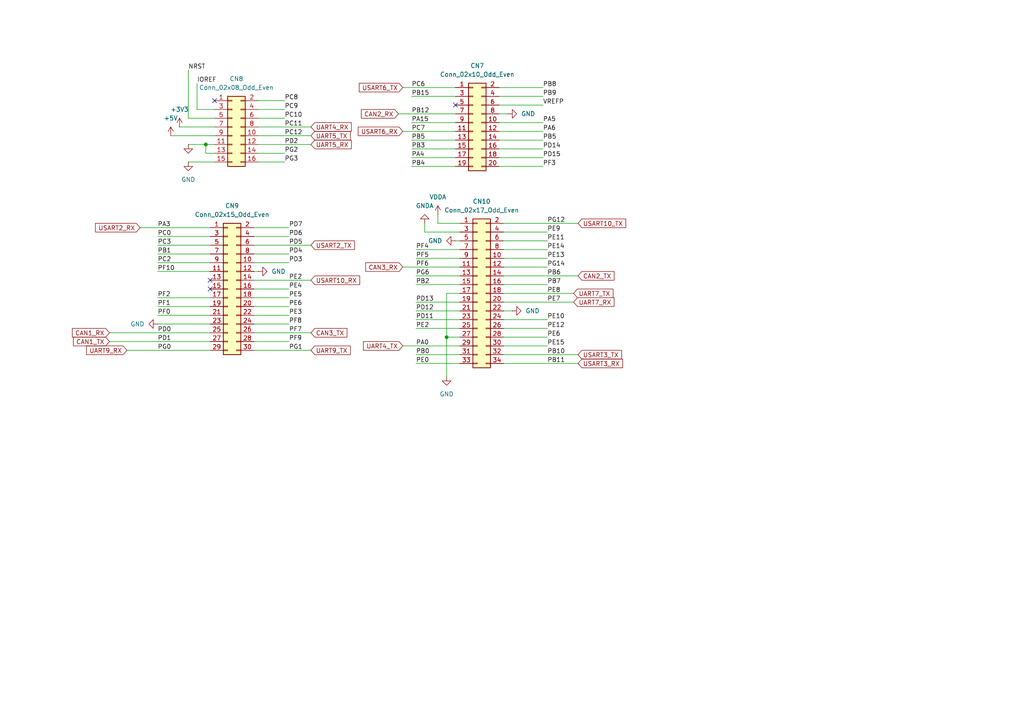
<source format=kicad_sch>
(kicad_sch (version 20231120) (generator "eeschema") (generator_version "8.0")
  (paper "A4")
  (lib_symbols
    (symbol "Connector_Generic:Conn_02x08_Odd_Even" (pin_names (offset 1.016) hide)
      (property "Reference" "J" (at 1.27 10.16 0))
      (property "Value" "Conn_02x08_Odd_Even" (at 1.27 -12.7 0))
      (symbol "Conn_02x08_Odd_Even_1_1"
        (rectangle (start -1.27 -10.033) (end 0 -10.287) (stroke (width 0.1524)))
        (rectangle (start -1.27 -7.493) (end 0 -7.747) (stroke (width 0.1524)))
        (rectangle (start -1.27 -4.953) (end 0 -5.207) (stroke (width 0.1524)))
        (rectangle (start -1.27 -2.413) (end 0 -2.667) (stroke (width 0.1524)))
        (rectangle (start -1.27 0.127) (end 0 -0.127) (stroke (width 0.1524)))
        (rectangle (start -1.27 2.667) (end 0 2.413) (stroke (width 0.1524)))
        (rectangle (start -1.27 5.207) (end 0 4.953) (stroke (width 0.1524)))
        (rectangle (start -1.27 7.747) (end 0 7.493) (stroke (width 0.1524)))
        (rectangle (start -1.27 8.89) (end 3.81 -11.43) (stroke (width 0.254)) (fill (type background)))
        (rectangle (start 3.81 -10.033) (end 2.54 -10.287) (stroke (width 0.1524)))
        (rectangle (start 3.81 -7.493) (end 2.54 -7.747) (stroke (width 0.1524)))
        (rectangle (start 3.81 -4.953) (end 2.54 -5.207) (stroke (width 0.1524)))
        (rectangle (start 3.81 -2.413) (end 2.54 -2.667) (stroke (width 0.1524)))
        (rectangle (start 3.81 0.127) (end 2.54 -0.127) (stroke (width 0.1524)))
        (rectangle (start 3.81 2.667) (end 2.54 2.413) (stroke (width 0.1524)))
        (rectangle (start 3.81 5.207) (end 2.54 4.953) (stroke (width 0.1524)))
        (rectangle (start 3.81 7.747) (end 2.54 7.493) (stroke (width 0.1524)))
        (pin passive line (at -5.08 7.62 0) (length 3.81) (name "Pin_1") (number "1"))
        (pin passive line (at 7.62 -2.54 180) (length 3.81) (name "Pin_10") (number "10"))
        (pin passive line (at -5.08 -5.08 0) (length 3.81) (name "Pin_11") (number "11"))
        (pin passive line (at 7.62 -5.08 180) (length 3.81) (name "Pin_12") (number "12"))
        (pin passive line (at -5.08 -7.62 0) (length 3.81) (name "Pin_13") (number "13"))
        (pin passive line (at 7.62 -7.62 180) (length 3.81) (name "Pin_14") (number "14"))
        (pin passive line (at -5.08 -10.16 0) (length 3.81) (name "Pin_15") (number "15"))
        (pin passive line (at 7.62 -10.16 180) (length 3.81) (name "Pin_16") (number "16"))
        (pin passive line (at 7.62 7.62 180) (length 3.81) (name "Pin_2") (number "2"))
        (pin passive line (at -5.08 5.08 0) (length 3.81) (name "Pin_3") (number "3"))
        (pin passive line (at 7.62 5.08 180) (length 3.81) (name "Pin_4") (number "4"))
        (pin passive line (at -5.08 2.54 0) (length 3.81) (name "Pin_5") (number "5"))
        (pin passive line (at 7.62 2.54 180) (length 3.81) (name "Pin_6") (number "6"))
        (pin passive line (at -5.08 0 0) (length 3.81) (name "Pin_7") (number "7"))
        (pin passive line (at 7.62 0 180) (length 3.81) (name "Pin_8") (number "8"))
        (pin passive line (at -5.08 -2.54 0) (length 3.81) (name "Pin_9") (number "9"))
      )
    )
    (symbol "Connector_Generic:Conn_02x10_Odd_Even" (pin_names (offset 1.016) hide)
      (property "Reference" "J" (at 1.27 12.7 0))
      (property "Value" "Conn_02x10_Odd_Even" (at 1.27 -15.24 0))
      (symbol "Conn_02x10_Odd_Even_1_1"
        (rectangle (start -1.27 -12.573) (end 0 -12.827) (stroke (width 0.1524)))
        (rectangle (start -1.27 -10.033) (end 0 -10.287) (stroke (width 0.1524)))
        (rectangle (start -1.27 -7.493) (end 0 -7.747) (stroke (width 0.1524)))
        (rectangle (start -1.27 -4.953) (end 0 -5.207) (stroke (width 0.1524)))
        (rectangle (start -1.27 -2.413) (end 0 -2.667) (stroke (width 0.1524)))
        (rectangle (start -1.27 0.127) (end 0 -0.127) (stroke (width 0.1524)))
        (rectangle (start -1.27 2.667) (end 0 2.413) (stroke (width 0.1524)))
        (rectangle (start -1.27 5.207) (end 0 4.953) (stroke (width 0.1524)))
        (rectangle (start -1.27 7.747) (end 0 7.493) (stroke (width 0.1524)))
        (rectangle (start -1.27 10.287) (end 0 10.033) (stroke (width 0.1524)))
        (rectangle (start -1.27 11.43) (end 3.81 -13.97) (stroke (width 0.254)) (fill (type background)))
        (rectangle (start 3.81 -12.573) (end 2.54 -12.827) (stroke (width 0.1524)))
        (rectangle (start 3.81 -10.033) (end 2.54 -10.287) (stroke (width 0.1524)))
        (rectangle (start 3.81 -7.493) (end 2.54 -7.747) (stroke (width 0.1524)))
        (rectangle (start 3.81 -4.953) (end 2.54 -5.207) (stroke (width 0.1524)))
        (rectangle (start 3.81 -2.413) (end 2.54 -2.667) (stroke (width 0.1524)))
        (rectangle (start 3.81 0.127) (end 2.54 -0.127) (stroke (width 0.1524)))
        (rectangle (start 3.81 2.667) (end 2.54 2.413) (stroke (width 0.1524)))
        (rectangle (start 3.81 5.207) (end 2.54 4.953) (stroke (width 0.1524)))
        (rectangle (start 3.81 7.747) (end 2.54 7.493) (stroke (width 0.1524)))
        (rectangle (start 3.81 10.287) (end 2.54 10.033) (stroke (width 0.1524)))
        (pin passive line (at -5.08 10.16 0) (length 3.81) (name "Pin_1") (number "1"))
        (pin passive line (at 7.62 0 180) (length 3.81) (name "Pin_10") (number "10"))
        (pin passive line (at -5.08 -2.54 0) (length 3.81) (name "Pin_11") (number "11"))
        (pin passive line (at 7.62 -2.54 180) (length 3.81) (name "Pin_12") (number "12"))
        (pin passive line (at -5.08 -5.08 0) (length 3.81) (name "Pin_13") (number "13"))
        (pin passive line (at 7.62 -5.08 180) (length 3.81) (name "Pin_14") (number "14"))
        (pin passive line (at -5.08 -7.62 0) (length 3.81) (name "Pin_15") (number "15"))
        (pin passive line (at 7.62 -7.62 180) (length 3.81) (name "Pin_16") (number "16"))
        (pin passive line (at -5.08 -10.16 0) (length 3.81) (name "Pin_17") (number "17"))
        (pin passive line (at 7.62 -10.16 180) (length 3.81) (name "Pin_18") (number "18"))
        (pin passive line (at -5.08 -12.7 0) (length 3.81) (name "Pin_19") (number "19"))
        (pin passive line (at 7.62 10.16 180) (length 3.81) (name "Pin_2") (number "2"))
        (pin passive line (at 7.62 -12.7 180) (length 3.81) (name "Pin_20") (number "20"))
        (pin passive line (at -5.08 7.62 0) (length 3.81) (name "Pin_3") (number "3"))
        (pin passive line (at 7.62 7.62 180) (length 3.81) (name "Pin_4") (number "4"))
        (pin passive line (at -5.08 5.08 0) (length 3.81) (name "Pin_5") (number "5"))
        (pin passive line (at 7.62 5.08 180) (length 3.81) (name "Pin_6") (number "6"))
        (pin passive line (at -5.08 2.54 0) (length 3.81) (name "Pin_7") (number "7"))
        (pin passive line (at 7.62 2.54 180) (length 3.81) (name "Pin_8") (number "8"))
        (pin passive line (at -5.08 0 0) (length 3.81) (name "Pin_9") (number "9"))
      )
    )
    (symbol "Connector_Generic:Conn_02x15_Odd_Even" (pin_names (offset 1.016) hide)
      (property "Reference" "J" (at 1.27 20.32 0))
      (property "Value" "Conn_02x15_Odd_Even" (at 1.27 -20.32 0))
      (symbol "Conn_02x15_Odd_Even_1_1"
        (rectangle (start -1.27 -17.653) (end 0 -17.907) (stroke (width 0.1524)))
        (rectangle (start -1.27 -15.113) (end 0 -15.367) (stroke (width 0.1524)))
        (rectangle (start -1.27 -12.573) (end 0 -12.827) (stroke (width 0.1524)))
        (rectangle (start -1.27 -10.033) (end 0 -10.287) (stroke (width 0.1524)))
        (rectangle (start -1.27 -7.493) (end 0 -7.747) (stroke (width 0.1524)))
        (rectangle (start -1.27 -4.953) (end 0 -5.207) (stroke (width 0.1524)))
        (rectangle (start -1.27 -2.413) (end 0 -2.667) (stroke (width 0.1524)))
        (rectangle (start -1.27 0.127) (end 0 -0.127) (stroke (width 0.1524)))
        (rectangle (start -1.27 2.667) (end 0 2.413) (stroke (width 0.1524)))
        (rectangle (start -1.27 5.207) (end 0 4.953) (stroke (width 0.1524)))
        (rectangle (start -1.27 7.747) (end 0 7.493) (stroke (width 0.1524)))
        (rectangle (start -1.27 10.287) (end 0 10.033) (stroke (width 0.1524)))
        (rectangle (start -1.27 12.827) (end 0 12.573) (stroke (width 0.1524)))
        (rectangle (start -1.27 15.367) (end 0 15.113) (stroke (width 0.1524)))
        (rectangle (start -1.27 17.907) (end 0 17.653) (stroke (width 0.1524)))
        (rectangle (start -1.27 19.05) (end 3.81 -19.05) (stroke (width 0.254)) (fill (type background)))
        (rectangle (start 3.81 -17.653) (end 2.54 -17.907) (stroke (width 0.1524)))
        (rectangle (start 3.81 -15.113) (end 2.54 -15.367) (stroke (width 0.1524)))
        (rectangle (start 3.81 -12.573) (end 2.54 -12.827) (stroke (width 0.1524)))
        (rectangle (start 3.81 -10.033) (end 2.54 -10.287) (stroke (width 0.1524)))
        (rectangle (start 3.81 -7.493) (end 2.54 -7.747) (stroke (width 0.1524)))
        (rectangle (start 3.81 -4.953) (end 2.54 -5.207) (stroke (width 0.1524)))
        (rectangle (start 3.81 -2.413) (end 2.54 -2.667) (stroke (width 0.1524)))
        (rectangle (start 3.81 0.127) (end 2.54 -0.127) (stroke (width 0.1524)))
        (rectangle (start 3.81 2.667) (end 2.54 2.413) (stroke (width 0.1524)))
        (rectangle (start 3.81 5.207) (end 2.54 4.953) (stroke (width 0.1524)))
        (rectangle (start 3.81 7.747) (end 2.54 7.493) (stroke (width 0.1524)))
        (rectangle (start 3.81 10.287) (end 2.54 10.033) (stroke (width 0.1524)))
        (rectangle (start 3.81 12.827) (end 2.54 12.573) (stroke (width 0.1524)))
        (rectangle (start 3.81 15.367) (end 2.54 15.113) (stroke (width 0.1524)))
        (rectangle (start 3.81 17.907) (end 2.54 17.653) (stroke (width 0.1524)))
        (pin passive line (at -5.08 17.78 0) (length 3.81) (name "Pin_1") (number "1"))
        (pin passive line (at 7.62 7.62 180) (length 3.81) (name "Pin_10") (number "10"))
        (pin passive line (at -5.08 5.08 0) (length 3.81) (name "Pin_11") (number "11"))
        (pin passive line (at 7.62 5.08 180) (length 3.81) (name "Pin_12") (number "12"))
        (pin passive line (at -5.08 2.54 0) (length 3.81) (name "Pin_13") (number "13"))
        (pin passive line (at 7.62 2.54 180) (length 3.81) (name "Pin_14") (number "14"))
        (pin passive line (at -5.08 0 0) (length 3.81) (name "Pin_15") (number "15"))
        (pin passive line (at 7.62 0 180) (length 3.81) (name "Pin_16") (number "16"))
        (pin passive line (at -5.08 -2.54 0) (length 3.81) (name "Pin_17") (number "17"))
        (pin passive line (at 7.62 -2.54 180) (length 3.81) (name "Pin_18") (number "18"))
        (pin passive line (at -5.08 -5.08 0) (length 3.81) (name "Pin_19") (number "19"))
        (pin passive line (at 7.62 17.78 180) (length 3.81) (name "Pin_2") (number "2"))
        (pin passive line (at 7.62 -5.08 180) (length 3.81) (name "Pin_20") (number "20"))
        (pin passive line (at -5.08 -7.62 0) (length 3.81) (name "Pin_21") (number "21"))
        (pin passive line (at 7.62 -7.62 180) (length 3.81) (name "Pin_22") (number "22"))
        (pin passive line (at -5.08 -10.16 0) (length 3.81) (name "Pin_23") (number "23"))
        (pin passive line (at 7.62 -10.16 180) (length 3.81) (name "Pin_24") (number "24"))
        (pin passive line (at -5.08 -12.7 0) (length 3.81) (name "Pin_25") (number "25"))
        (pin passive line (at 7.62 -12.7 180) (length 3.81) (name "Pin_26") (number "26"))
        (pin passive line (at -5.08 -15.24 0) (length 3.81) (name "Pin_27") (number "27"))
        (pin passive line (at 7.62 -15.24 180) (length 3.81) (name "Pin_28") (number "28"))
        (pin passive line (at -5.08 -17.78 0) (length 3.81) (name "Pin_29") (number "29"))
        (pin passive line (at -5.08 15.24 0) (length 3.81) (name "Pin_3") (number "3"))
        (pin passive line (at 7.62 -17.78 180) (length 3.81) (name "Pin_30") (number "30"))
        (pin passive line (at 7.62 15.24 180) (length 3.81) (name "Pin_4") (number "4"))
        (pin passive line (at -5.08 12.7 0) (length 3.81) (name "Pin_5") (number "5"))
        (pin passive line (at 7.62 12.7 180) (length 3.81) (name "Pin_6") (number "6"))
        (pin passive line (at -5.08 10.16 0) (length 3.81) (name "Pin_7") (number "7"))
        (pin passive line (at 7.62 10.16 180) (length 3.81) (name "Pin_8") (number "8"))
        (pin passive line (at -5.08 7.62 0) (length 3.81) (name "Pin_9") (number "9"))
      )
    )
    (symbol "Connector_Generic:Conn_02x17_Odd_Even" (pin_names (offset 1.016) hide)
      (property "Reference" "J" (at 1.27 22.86 0))
      (property "Value" "Conn_02x17_Odd_Even" (at 1.27 -22.86 0))
      (symbol "Conn_02x17_Odd_Even_1_1"
        (rectangle (start -1.27 -20.193) (end 0 -20.447) (stroke (width 0.1524)))
        (rectangle (start -1.27 -17.653) (end 0 -17.907) (stroke (width 0.1524)))
        (rectangle (start -1.27 -15.113) (end 0 -15.367) (stroke (width 0.1524)))
        (rectangle (start -1.27 -12.573) (end 0 -12.827) (stroke (width 0.1524)))
        (rectangle (start -1.27 -10.033) (end 0 -10.287) (stroke (width 0.1524)))
        (rectangle (start -1.27 -7.493) (end 0 -7.747) (stroke (width 0.1524)))
        (rectangle (start -1.27 -4.953) (end 0 -5.207) (stroke (width 0.1524)))
        (rectangle (start -1.27 -2.413) (end 0 -2.667) (stroke (width 0.1524)))
        (rectangle (start -1.27 0.127) (end 0 -0.127) (stroke (width 0.1524)))
        (rectangle (start -1.27 2.667) (end 0 2.413) (stroke (width 0.1524)))
        (rectangle (start -1.27 5.207) (end 0 4.953) (stroke (width 0.1524)))
        (rectangle (start -1.27 7.747) (end 0 7.493) (stroke (width 0.1524)))
        (rectangle (start -1.27 10.287) (end 0 10.033) (stroke (width 0.1524)))
        (rectangle (start -1.27 12.827) (end 0 12.573) (stroke (width 0.1524)))
        (rectangle (start -1.27 15.367) (end 0 15.113) (stroke (width 0.1524)))
        (rectangle (start -1.27 17.907) (end 0 17.653) (stroke (width 0.1524)))
        (rectangle (start -1.27 20.447) (end 0 20.193) (stroke (width 0.1524)))
        (rectangle (start -1.27 21.59) (end 3.81 -21.59) (stroke (width 0.254)) (fill (type background)))
        (rectangle (start 3.81 -20.193) (end 2.54 -20.447) (stroke (width 0.1524)))
        (rectangle (start 3.81 -17.653) (end 2.54 -17.907) (stroke (width 0.1524)))
        (rectangle (start 3.81 -15.113) (end 2.54 -15.367) (stroke (width 0.1524)))
        (rectangle (start 3.81 -12.573) (end 2.54 -12.827) (stroke (width 0.1524)))
        (rectangle (start 3.81 -10.033) (end 2.54 -10.287) (stroke (width 0.1524)))
        (rectangle (start 3.81 -7.493) (end 2.54 -7.747) (stroke (width 0.1524)))
        (rectangle (start 3.81 -4.953) (end 2.54 -5.207) (stroke (width 0.1524)))
        (rectangle (start 3.81 -2.413) (end 2.54 -2.667) (stroke (width 0.1524)))
        (rectangle (start 3.81 0.127) (end 2.54 -0.127) (stroke (width 0.1524)))
        (rectangle (start 3.81 2.667) (end 2.54 2.413) (stroke (width 0.1524)))
        (rectangle (start 3.81 5.207) (end 2.54 4.953) (stroke (width 0.1524)))
        (rectangle (start 3.81 7.747) (end 2.54 7.493) (stroke (width 0.1524)))
        (rectangle (start 3.81 10.287) (end 2.54 10.033) (stroke (width 0.1524)))
        (rectangle (start 3.81 12.827) (end 2.54 12.573) (stroke (width 0.1524)))
        (rectangle (start 3.81 15.367) (end 2.54 15.113) (stroke (width 0.1524)))
        (rectangle (start 3.81 17.907) (end 2.54 17.653) (stroke (width 0.1524)))
        (rectangle (start 3.81 20.447) (end 2.54 20.193) (stroke (width 0.1524)))
        (pin passive line (at -5.08 20.32 0) (length 3.81) (name "Pin_1") (number "1"))
        (pin passive line (at 7.62 10.16 180) (length 3.81) (name "Pin_10") (number "10"))
        (pin passive line (at -5.08 7.62 0) (length 3.81) (name "Pin_11") (number "11"))
        (pin passive line (at 7.62 7.62 180) (length 3.81) (name "Pin_12") (number "12"))
        (pin passive line (at -5.08 5.08 0) (length 3.81) (name "Pin_13") (number "13"))
        (pin passive line (at 7.62 5.08 180) (length 3.81) (name "Pin_14") (number "14"))
        (pin passive line (at -5.08 2.54 0) (length 3.81) (name "Pin_15") (number "15"))
        (pin passive line (at 7.62 2.54 180) (length 3.81) (name "Pin_16") (number "16"))
        (pin passive line (at -5.08 0 0) (length 3.81) (name "Pin_17") (number "17"))
        (pin passive line (at 7.62 0 180) (length 3.81) (name "Pin_18") (number "18"))
        (pin passive line (at -5.08 -2.54 0) (length 3.81) (name "Pin_19") (number "19"))
        (pin passive line (at 7.62 20.32 180) (length 3.81) (name "Pin_2") (number "2"))
        (pin passive line (at 7.62 -2.54 180) (length 3.81) (name "Pin_20") (number "20"))
        (pin passive line (at -5.08 -5.08 0) (length 3.81) (name "Pin_21") (number "21"))
        (pin passive line (at 7.62 -5.08 180) (length 3.81) (name "Pin_22") (number "22"))
        (pin passive line (at -5.08 -7.62 0) (length 3.81) (name "Pin_23") (number "23"))
        (pin passive line (at 7.62 -7.62 180) (length 3.81) (name "Pin_24") (number "24"))
        (pin passive line (at -5.08 -10.16 0) (length 3.81) (name "Pin_25") (number "25"))
        (pin passive line (at 7.62 -10.16 180) (length 3.81) (name "Pin_26") (number "26"))
        (pin passive line (at -5.08 -12.7 0) (length 3.81) (name "Pin_27") (number "27"))
        (pin passive line (at 7.62 -12.7 180) (length 3.81) (name "Pin_28") (number "28"))
        (pin passive line (at -5.08 -15.24 0) (length 3.81) (name "Pin_29") (number "29"))
        (pin passive line (at -5.08 17.78 0) (length 3.81) (name "Pin_3") (number "3"))
        (pin passive line (at 7.62 -15.24 180) (length 3.81) (name "Pin_30") (number "30"))
        (pin passive line (at -5.08 -17.78 0) (length 3.81) (name "Pin_31") (number "31"))
        (pin passive line (at 7.62 -17.78 180) (length 3.81) (name "Pin_32") (number "32"))
        (pin passive line (at -5.08 -20.32 0) (length 3.81) (name "Pin_33") (number "33"))
        (pin passive line (at 7.62 -20.32 180) (length 3.81) (name "Pin_34") (number "34"))
        (pin passive line (at 7.62 17.78 180) (length 3.81) (name "Pin_4") (number "4"))
        (pin passive line (at -5.08 15.24 0) (length 3.81) (name "Pin_5") (number "5"))
        (pin passive line (at 7.62 15.24 180) (length 3.81) (name "Pin_6") (number "6"))
        (pin passive line (at -5.08 12.7 0) (length 3.81) (name "Pin_7") (number "7"))
        (pin passive line (at 7.62 12.7 180) (length 3.81) (name "Pin_8") (number "8"))
        (pin passive line (at -5.08 10.16 0) (length 3.81) (name "Pin_9") (number "9"))
      )
    )
    (symbol "power:+3V3" (power) (pin_numbers hide) (pin_names (offset 0) hide)
      (property "Value" "+3V3" (at 0 3.556 0))
      (symbol "+3V3_0_1"
        (polyline (pts (xy -0.762 1.27) (xy 0 2.54)))
        (polyline (pts (xy 0 0) (xy 0 2.54)))
        (polyline (pts (xy 0 2.54) (xy 0.762 1.27)))
      )
      (symbol "+3V3_1_1"
        (pin power_in line (at 0 0 90) (length 0) (name "~") (number "1"))
      )
    )
    (symbol "power:+5V" (power) (pin_numbers hide) (pin_names (offset 0) hide)
      (property "Value" "+5V" (at 0 3.556 0))
      (symbol "+5V_0_1"
        (polyline (pts (xy -0.762 1.27) (xy 0 2.54)))
        (polyline (pts (xy 0 0) (xy 0 2.54)))
        (polyline (pts (xy 0 2.54) (xy 0.762 1.27)))
      )
      (symbol "+5V_1_1"
        (pin power_in line (at 0 0 90) (length 0) (name "~") (number "1"))
      )
    )
    (symbol "power:GND" (power) (pin_numbers hide) (pin_names (offset 0) hide)
      (property "Value" "GND" (at 0 -3.81 0))
      (symbol "GND_0_1"
        (polyline (pts (xy 0 0) (xy 0 -1.27) (xy 1.27 -1.27) (xy 0 -2.54) (xy -1.27 -1.27) (xy 0 -1.27)))
      )
      (symbol "GND_1_1"
        (pin power_in line (at 0 0 270) (length 0) (name "~") (number "1"))
      )
    )
    (symbol "power:GNDA" (power) (pin_numbers hide) (pin_names (offset 0) hide)
      (property "Value" "GNDA" (at 0 -3.81 0))
      (symbol "GNDA_0_1"
        (polyline (pts (xy 0 0) (xy 0 -1.27) (xy 1.27 -1.27) (xy 0 -2.54) (xy -1.27 -1.27) (xy 0 -1.27)))
      )
      (symbol "GNDA_1_1"
        (pin power_in line (at 0 0 270) (length 0) (name "~") (number "1"))
      )
    )
    (symbol "power:VDDA" (power) (pin_numbers hide) (pin_names (offset 0) hide)
      (property "Value" "VDDA" (at 0 3.556 0))
      (symbol "VDDA_0_1"
        (polyline (pts (xy -0.762 1.27) (xy 0 2.54)))
        (polyline (pts (xy 0 0) (xy 0 2.54)))
        (polyline (pts (xy 0 2.54) (xy 0.762 1.27)))
      )
      (symbol "VDDA_1_1"
        (pin power_in line (at 0 0 90) (length 0) (name "~") (number "1"))
      )
    )
  )
  (junction (at 129.54 97.79))
  (junction (at 59.69 41.91))
  (no_connect (at 132.08 30.48))
  (no_connect (at 62.23 29.21))
  (no_connect (at 60.96 81.28))
  (no_connect (at 60.96 83.82))
  (wire (pts (xy 120.65 87.63) (xy 133.35 87.63)))
  (wire (pts (xy 133.35 85.09) (xy 129.54 85.09)))
  (wire (pts (xy 45.72 93.98) (xy 60.96 93.98)))
  (wire (pts (xy 31.75 99.06) (xy 60.96 99.06)))
  (wire (pts (xy 146.05 87.63) (xy 166.37 87.63)))
  (wire (pts (xy 74.93 29.21) (xy 82.55 29.21)))
  (wire (pts (xy 119.38 35.56) (xy 132.08 35.56)))
  (wire (pts (xy 116.84 25.4) (xy 132.08 25.4)))
  (wire (pts (xy 146.05 105.41) (xy 167.64 105.41)))
  (wire (pts (xy 129.54 97.79) (xy 129.54 109.22)))
  (wire (pts (xy 144.78 33.02) (xy 147.32 33.02)))
  (wire (pts (xy 129.54 85.09) (xy 129.54 97.79)))
  (wire (pts (xy 73.66 73.66) (xy 83.82 73.66)))
  (wire (pts (xy 54.61 34.29) (xy 54.61 20.32)))
  (wire (pts (xy 146.05 82.55) (xy 158.75 82.55)))
  (wire (pts (xy 133.35 67.31) (xy 123.19 67.31)))
  (wire (pts (xy 59.69 41.91) (xy 62.23 41.91)))
  (wire (pts (xy 116.84 38.1) (xy 132.08 38.1)))
  (wire (pts (xy 45.72 91.44) (xy 60.96 91.44)))
  (wire (pts (xy 74.93 36.83) (xy 90.17 36.83)))
  (wire (pts (xy 62.23 44.45) (xy 59.69 44.45)))
  (wire (pts (xy 120.65 80.01) (xy 133.35 80.01)))
  (wire (pts (xy 144.78 27.94) (xy 157.48 27.94)))
  (wire (pts (xy 146.05 74.93) (xy 158.75 74.93)))
  (wire (pts (xy 57.15 31.75) (xy 62.23 31.75)))
  (wire (pts (xy 144.78 48.26) (xy 157.48 48.26)))
  (wire (pts (xy 45.72 73.66) (xy 60.96 73.66)))
  (wire (pts (xy 119.38 40.64) (xy 132.08 40.64)))
  (wire (pts (xy 146.05 92.71) (xy 158.75 92.71)))
  (wire (pts (xy 73.66 81.28) (xy 90.17 81.28)))
  (wire (pts (xy 120.65 74.93) (xy 133.35 74.93)))
  (wire (pts (xy 120.65 82.55) (xy 133.35 82.55)))
  (wire (pts (xy 52.07 36.83) (xy 62.23 36.83)))
  (wire (pts (xy 144.78 38.1) (xy 157.48 38.1)))
  (wire (pts (xy 127 62.23) (xy 127 64.77)))
  (wire (pts (xy 40.64 66.04) (xy 60.96 66.04)))
  (wire (pts (xy 73.66 66.04) (xy 83.82 66.04)))
  (wire (pts (xy 146.05 69.85) (xy 158.75 69.85)))
  (wire (pts (xy 74.93 34.29) (xy 82.55 34.29)))
  (wire (pts (xy 73.66 83.82) (xy 83.82 83.82)))
  (wire (pts (xy 144.78 45.72) (xy 157.48 45.72)))
  (wire (pts (xy 73.66 71.12) (xy 90.17 71.12)))
  (wire (pts (xy 73.66 96.52) (xy 90.17 96.52)))
  (wire (pts (xy 144.78 43.18) (xy 157.48 43.18)))
  (wire (pts (xy 119.38 43.18) (xy 132.08 43.18)))
  (wire (pts (xy 146.05 72.39) (xy 158.75 72.39)))
  (wire (pts (xy 146.05 97.79) (xy 158.75 97.79)))
  (wire (pts (xy 73.66 76.2) (xy 83.82 76.2)))
  (wire (pts (xy 146.05 64.77) (xy 167.64 64.77)))
  (wire (pts (xy 45.72 76.2) (xy 60.96 76.2)))
  (wire (pts (xy 73.66 99.06) (xy 83.82 99.06)))
  (wire (pts (xy 73.66 86.36) (xy 83.82 86.36)))
  (wire (pts (xy 144.78 35.56) (xy 157.48 35.56)))
  (wire (pts (xy 73.66 88.9) (xy 83.82 88.9)))
  (wire (pts (xy 116.84 77.47) (xy 133.35 77.47)))
  (wire (pts (xy 74.93 41.91) (xy 90.17 41.91)))
  (wire (pts (xy 146.05 90.17) (xy 148.59 90.17)))
  (wire (pts (xy 45.72 88.9) (xy 60.96 88.9)))
  (wire (pts (xy 146.05 102.87) (xy 167.64 102.87)))
  (wire (pts (xy 57.15 31.75) (xy 57.15 24.13)))
  (wire (pts (xy 146.05 67.31) (xy 158.75 67.31)))
  (wire (pts (xy 45.72 78.74) (xy 60.96 78.74)))
  (wire (pts (xy 120.65 72.39) (xy 133.35 72.39)))
  (wire (pts (xy 133.35 90.17) (xy 120.65 90.17)))
  (wire (pts (xy 45.72 71.12) (xy 60.96 71.12)))
  (wire (pts (xy 120.65 105.41) (xy 133.35 105.41)))
  (wire (pts (xy 73.66 68.58) (xy 83.82 68.58)))
  (wire (pts (xy 144.78 30.48) (xy 157.48 30.48)))
  (wire (pts (xy 120.65 92.71) (xy 133.35 92.71)))
  (wire (pts (xy 119.38 27.94) (xy 132.08 27.94)))
  (wire (pts (xy 132.08 69.85) (xy 133.35 69.85)))
  (wire (pts (xy 116.84 100.33) (xy 133.35 100.33)))
  (wire (pts (xy 49.53 39.37) (xy 62.23 39.37)))
  (wire (pts (xy 74.93 39.37) (xy 90.17 39.37)))
  (wire (pts (xy 146.05 95.25) (xy 158.75 95.25)))
  (wire (pts (xy 59.69 41.91) (xy 59.69 44.45)))
  (wire (pts (xy 73.66 91.44) (xy 83.82 91.44)))
  (wire (pts (xy 31.75 96.52) (xy 60.96 96.52)))
  (wire (pts (xy 146.05 77.47) (xy 158.75 77.47)))
  (wire (pts (xy 119.38 48.26) (xy 132.08 48.26)))
  (wire (pts (xy 129.54 97.79) (xy 133.35 97.79)))
  (wire (pts (xy 54.61 46.99) (xy 62.23 46.99)))
  (wire (pts (xy 73.66 93.98) (xy 83.82 93.98)))
  (wire (pts (xy 45.72 68.58) (xy 60.96 68.58)))
  (wire (pts (xy 115.57 33.02) (xy 132.08 33.02)))
  (wire (pts (xy 82.55 46.99) (xy 74.93 46.99)))
  (wire (pts (xy 54.61 34.29) (xy 62.23 34.29)))
  (wire (pts (xy 36.83 101.6) (xy 60.96 101.6)))
  (wire (pts (xy 74.93 31.75) (xy 82.55 31.75)))
  (wire (pts (xy 127 64.77) (xy 133.35 64.77)))
  (wire (pts (xy 120.65 102.87) (xy 133.35 102.87)))
  (wire (pts (xy 146.05 85.09) (xy 166.37 85.09)))
  (wire (pts (xy 120.65 95.25) (xy 133.35 95.25)))
  (wire (pts (xy 146.05 100.33) (xy 158.75 100.33)))
  (wire (pts (xy 123.19 67.31) (xy 123.19 64.77)))
  (wire (pts (xy 82.55 44.45) (xy 74.93 44.45)))
  (wire (pts (xy 73.66 78.74) (xy 74.93 78.74)))
  (wire (pts (xy 54.61 41.91) (xy 59.69 41.91)))
  (wire (pts (xy 60.96 86.36) (xy 45.72 86.36)))
  (wire (pts (xy 146.05 80.01) (xy 167.64 80.01)))
  (wire (pts (xy 73.66 101.6) (xy 90.17 101.6)))
  (wire (pts (xy 144.78 40.64) (xy 157.48 40.64)))
  (wire (pts (xy 144.78 25.4) (xy 157.48 25.4)))
  (wire (pts (xy 132.08 45.72) (xy 119.38 45.72)))
  (label "PE7" (at 158.75 87.63 0))
  (label "PC8" (at 82.55 29.21 0))
  (label "PB6" (at 158.75 80.01 0))
  (label "PD1" (at 45.72 99.06 0))
  (label "PB7" (at 158.75 82.55 0))
  (label "PB10" (at 158.75 102.87 0))
  (label "PB8" (at 157.48 25.4 0))
  (label "PE14" (at 158.75 72.39 0))
  (label "PD5" (at 83.82 71.12 0))
  (label "PB3" (at 119.38 43.18 0))
  (label "PG12" (at 158.75 64.77 0))
  (label "PA5" (at 157.48 35.56 0))
  (label "PC12" (at 82.55 39.37 0))
  (label "IOREF" (at 57.15 24.13 0))
  (label "PF2" (at 45.72 86.36 0))
  (label "PE9" (at 158.75 67.31 0))
  (label "PD4" (at 83.82 73.66 0))
  (label "PE12" (at 158.75 95.25 0))
  (label "PF4" (at 120.65 72.39 0))
  (label "PG2" (at 82.55 44.45 0))
  (label "PC7" (at 119.38 38.1 0))
  (label "PE0" (at 120.65 105.41 0))
  (label "PF5" (at 120.65 74.93 0))
  (label "PF9" (at 83.82 99.06 0))
  (label "PE2" (at 83.82 81.28 0))
  (label "PB12" (at 119.38 33.02 0))
  (label "PE4" (at 83.82 83.82 0))
  (label "PB9" (at 157.48 27.94 0))
  (label "PC3" (at 45.72 71.12 0))
  (label "PF7" (at 83.82 96.52 0))
  (label "PA6" (at 157.48 38.1 0))
  (label "PB5" (at 157.48 40.64 0))
  (label "PF0" (at 45.72 91.44 0))
  (label "PA3" (at 45.72 66.04 0))
  (label "PB0" (at 120.65 102.87 0))
  (label "PF1" (at 45.72 88.9 0))
  (label "PE6" (at 158.75 97.79 0))
  (label "PD2" (at 82.55 41.91 0))
  (label "PC11" (at 82.55 36.83 0))
  (label "PE10" (at 158.75 92.71 0))
  (label "PB1" (at 45.72 73.66 0))
  (label "PF10" (at 45.72 78.74 0))
  (label "PA15" (at 119.38 35.56 0))
  (label "PD13" (at 120.65 87.63 0))
  (label "PG6" (at 120.65 80.01 0))
  (label "PE2" (at 120.65 95.25 0))
  (label "PB2" (at 120.65 82.55 0))
  (label "PF8" (at 83.82 93.98 0))
  (label "PF6" (at 120.65 77.47 0))
  (label "PC6" (at 119.38 25.4 0))
  (label "PB11" (at 158.75 105.41 0))
  (label "PB4" (at 119.38 48.26 0))
  (label "PG0" (at 45.72 101.6 0))
  (label "PG3" (at 82.55 46.99 0))
  (label "PD12" (at 120.65 90.17 0))
  (label "PE15" (at 158.75 100.33 0))
  (label "PD6" (at 83.82 68.58 0))
  (label "PA4" (at 119.38 45.72 0))
  (label "PE6" (at 83.82 88.9 0))
  (label "PE11" (at 158.75 69.85 0))
  (label "PC10" (at 82.55 34.29 0))
  (label "PE3" (at 83.82 91.44 0))
  (label "VREFP" (at 157.48 30.48 0))
  (label "PF3" (at 157.48 48.26 0))
  (label "PE13" (at 158.75 74.93 0))
  (label "PC2" (at 45.72 76.2 0))
  (label "PA0" (at 120.65 100.33 0))
  (label "PE5" (at 83.82 86.36 0))
  (label "PB15" (at 119.38 27.94 0))
  (label "PC9" (at 82.55 31.75 0))
  (label "PC0" (at 45.72 68.58 0))
  (label "PG14" (at 158.75 77.47 0))
  (label "PD0" (at 45.72 96.52 0))
  (label "PB5" (at 119.38 40.64 0))
  (label "PD14" (at 157.48 43.18 0))
  (label "PD7" (at 83.82 66.04 0))
  (label "PD15" (at 157.48 45.72 0))
  (label "NRST" (at 54.61 20.32 0))
  (label "PD11" (at 120.65 92.71 0))
  (label "PE8" (at 158.75 85.09 0))
  (label "PD3" (at 83.82 76.2 0))
  (label "PG1" (at 83.82 101.6 0))
  (global_label "UART7_RX" (shape input) (at 166.37 87.63 0) (property "Intersheetrefs" "${INTERSHEET_REFS}" (effects (hide yes))))
  (global_label "CAN1_RX" (shape input) (at 31.75 96.52 180) (property "Intersheetrefs" "${INTERSHEET_REFS}" (effects (hide yes))))
  (global_label "UART4_RX" (shape input) (at 90.17 36.83 0) (property "Intersheetrefs" "${INTERSHEET_REFS}" (effects (hide yes))))
  (global_label "UART5_RX" (shape input) (at 90.17 41.91 0) (property "Intersheetrefs" "${INTERSHEET_REFS}" (effects (hide yes))))
  (global_label "USART10_RX" (shape input) (at 90.17 81.28 0) (property "Intersheetrefs" "${INTERSHEET_REFS}" (effects (hide yes))))
  (global_label "UART9_TX" (shape input) (at 90.17 101.6 0) (property "Intersheetrefs" "${INTERSHEET_REFS}" (effects (hide yes))))
  (global_label "USART3_RX" (shape input) (at 167.64 105.41 0) (property "Intersheetrefs" "${INTERSHEET_REFS}" (effects (hide yes))))
  (global_label "UART5_TX" (shape input) (at 90.17 39.37 0) (property "Intersheetrefs" "${INTERSHEET_REFS}" (effects (hide yes))))
  (global_label "USART2_TX" (shape input) (at 90.17 71.12 0) (property "Intersheetrefs" "${INTERSHEET_REFS}" (effects (hide yes))))
  (global_label "UART7_TX" (shape input) (at 166.37 85.09 0) (property "Intersheetrefs" "${INTERSHEET_REFS}" (effects (hide yes))))
  (global_label "CAN3_RX" (shape input) (at 116.84 77.47 180) (property "Intersheetrefs" "${INTERSHEET_REFS}" (effects (hide yes))))
  (global_label "CAN2_TX" (shape input) (at 167.64 80.01 0) (property "Intersheetrefs" "${INTERSHEET_REFS}" (effects (hide yes))))
  (global_label "USART3_TX" (shape input) (at 167.64 102.87 0) (property "Intersheetrefs" "${INTERSHEET_REFS}" (effects (hide yes))))
  (global_label "USART2_RX" (shape input) (at 40.64 66.04 180) (property "Intersheetrefs" "${INTERSHEET_REFS}" (effects (hide yes))))
  (global_label "USART10_TX" (shape input) (at 167.64 64.77 0) (property "Intersheetrefs" "${INTERSHEET_REFS}" (effects (hide yes))))
  (global_label "UART9_RX" (shape input) (at 36.83 101.6 180) (property "Intersheetrefs" "${INTERSHEET_REFS}" (effects (hide yes))))
  (global_label "USART6_RX" (shape input) (at 116.84 38.1 180) (property "Intersheetrefs" "${INTERSHEET_REFS}" (effects (hide yes))))
  (global_label "CAN2_RX" (shape input) (at 115.57 33.02 180) (property "Intersheetrefs" "${INTERSHEET_REFS}" (effects (hide yes))))
  (global_label "CAN3_TX" (shape input) (at 90.17 96.52 0) (property "Intersheetrefs" "${INTERSHEET_REFS}" (effects (hide yes))))
  (global_label "USART6_TX" (shape input) (at 116.84 25.4 180) (property "Intersheetrefs" "${INTERSHEET_REFS}" (effects (hide yes))))
  (global_label "UART4_TX" (shape input) (at 116.84 100.33 180) (property "Intersheetrefs" "${INTERSHEET_REFS}" (effects (hide yes))))
  (global_label "CAN1_TX" (shape input) (at 31.75 99.06 180) (property "Intersheetrefs" "${INTERSHEET_REFS}" (effects (hide yes))))
  (symbol (lib_id "power:GND") (at 54.61 41.91 0) (unit 1)
    (property "Reference" "#PWR04" (effects (hide yes)))
    (property "Value" "GND" (effects (hide yes)))
    (property "Description" "Power symbol creates a global label with name \"GND\" , ground" (effects (hide yes)))
  )
  (symbol (lib_id "power:GND") (at 54.61 46.99 0) (unit 1)
    (property "Reference" "#PWR05" (effects (hide yes)))
    (property "Value" "GND" (at 54.61 52.07 0))
    (property "Description" "Power symbol creates a global label with name \"GND\" , ground" (effects (hide yes)))
  )
  (symbol (lib_id "power:GND") (at 129.54 109.22 0) (unit 1)
    (property "Reference" "#PWR09" (effects (hide yes)))
    (property "Value" "GND" (at 129.54 114.3 0))
    (property "Description" "Power symbol creates a global label with name \"GND\" , ground" (effects (hide yes)))
  )
  (symbol (lib_id "Connector_Generic:Conn_02x15_Odd_Even") (at 66.04 83.82 0) (unit 1)
    (property "Reference" "CN9" (at 67.31 59.69 0))
    (property "Value" "Conn_02x15_Odd_Even" (at 67.31 62.23 0))
    (property "Footprint" "Connector_PinHeader_2.54mm:PinHeader_2x15_P2.54mm_Vertical" (effects (hide yes)))
    (property "Description" "Generic connector, double row, 02x15, odd/even pin numbering scheme (row 1 odd numbers, row 2 even numbers), script generated (kicad-library-utils/schlib/autogen/connector/)" (effects (hide yes)))
  )
  (symbol (lib_id "Connector_Generic:Conn_02x08_Odd_Even") (at 67.31 36.83 0) (unit 1)
    (property "Reference" "CN8" (at 68.58 22.86 0))
    (property "Value" "Conn_02x08_Odd_Even" (at 68.58 25.4 0))
    (property "Footprint" "Connector_PinHeader_2.54mm:PinHeader_2x08_P2.54mm_Vertical" (effects (hide yes)))
    (property "Description" "Generic connector, double row, 02x08, odd/even pin numbering scheme (row 1 odd numbers, row 2 even numbers), script generated (kicad-library-utils/schlib/autogen/connector/)" (effects (hide yes)))
  )
  (symbol (lib_id "power:VDDA") (at 127 62.23 0) (unit 1)
    (property "Reference" "#PWR08" (effects (hide yes)))
    (property "Value" "VDDA" (at 127 57.15 0))
    (property "Description" "Power symbol creates a global label with name \"VDDA\"" (effects (hide yes)))
  )
  (symbol (lib_id "power:GND") (at 132.08 69.85 270) (unit 1)
    (property "Reference" "#PWR010" (effects (hide yes)))
    (property "Value" "GND" (at 128.27 69.8499 90) (effects (justify right)))
    (property "Description" "Power symbol creates a global label with name \"GND\" , ground" (effects (hide yes)))
  )
  (symbol (lib_id "power:+5V") (at 49.53 39.37 0) (unit 1)
    (property "Reference" "#PWR02" (effects (hide yes)))
    (property "Value" "+5V" (at 49.53 34.29 0))
    (property "Description" "Power symbol creates a global label with name \"+5V\"" (effects (hide yes)))
  )
  (symbol (lib_id "power:+3V3") (at 52.07 36.83 0) (unit 1)
    (property "Reference" "#PWR03" (effects (hide yes)))
    (property "Value" "+3V3" (at 52.07 31.75 0))
    (property "Description" "Power symbol creates a global label with name \"+3V3\"" (effects (hide yes)))
  )
  (symbol (lib_id "power:GND") (at 45.72 93.98 270) (unit 1)
    (property "Reference" "#PWR01" (effects (hide yes)))
    (property "Value" "GND" (at 41.91 93.9799 90) (effects (justify right)))
    (property "Description" "Power symbol creates a global label with name \"GND\" , ground" (effects (hide yes)))
  )
  (symbol (lib_id "power:GND") (at 74.93 78.74 90) (unit 1)
    (property "Reference" "#PWR06" (effects (hide yes)))
    (property "Value" "GND" (at 78.74 78.7399 90) (effects (justify right)))
    (property "Description" "Power symbol creates a global label with name \"GND\" , ground" (effects (hide yes)))
  )
  (symbol (lib_id "Connector_Generic:Conn_02x10_Odd_Even") (at 137.16 35.56 0) (unit 1)
    (property "Reference" "CN7" (at 138.43 19.05 0))
    (property "Value" "Conn_02x10_Odd_Even" (at 138.43 21.59 0))
    (property "Footprint" "Connector_PinHeader_2.54mm:PinHeader_2x10_P2.54mm_Vertical" (effects (hide yes)))
    (property "Description" "Generic connector, double row, 02x10, odd/even pin numbering scheme (row 1 odd numbers, row 2 even numbers), script generated (kicad-library-utils/schlib/autogen/connector/)" (effects (hide yes)))
  )
  (symbol (lib_id "power:GNDA") (at 123.19 64.77 180) (unit 1)
    (property "Reference" "#PWR07" (effects (hide yes)))
    (property "Value" "GNDA" (at 123.19 59.69 0))
    (property "Description" "Power symbol creates a global label with name \"GNDA\" , analog ground" (effects (hide yes)))
  )
  (symbol (lib_id "Connector_Generic:Conn_02x17_Odd_Even") (at 138.43 85.09 0) (unit 1)
    (property "Reference" "CN10" (at 139.7 58.42 0))
    (property "Value" "Conn_02x17_Odd_Even" (at 139.7 60.96 0))
    (property "Footprint" "Connector_PinHeader_2.54mm:PinHeader_2x17_P2.54mm_Vertical" (effects (hide yes)))
    (property "Description" "Generic connector, double row, 02x17, odd/even pin numbering scheme (row 1 odd numbers, row 2 even numbers), script generated (kicad-library-utils/schlib/autogen/connector/)" (effects (hide yes)))
  )
  (symbol (lib_id "power:GND") (at 148.59 90.17 90) (unit 1)
    (property "Reference" "#PWR012" (effects (hide yes)))
    (property "Value" "GND" (at 152.4 90.1699 90) (effects (justify right)))
    (property "Description" "Power symbol creates a global label with name \"GND\" , ground" (effects (hide yes)))
  )
  (symbol (lib_id "power:GND") (at 147.32 33.02 90) (unit 1)
    (property "Reference" "#PWR011" (effects (hide yes)))
    (property "Value" "GND" (at 151.13 33.0199 90) (effects (justify right)))
    (property "Description" "Power symbol creates a global label with name \"GND\" , ground" (effects (hide yes)))
  )
)
</source>
